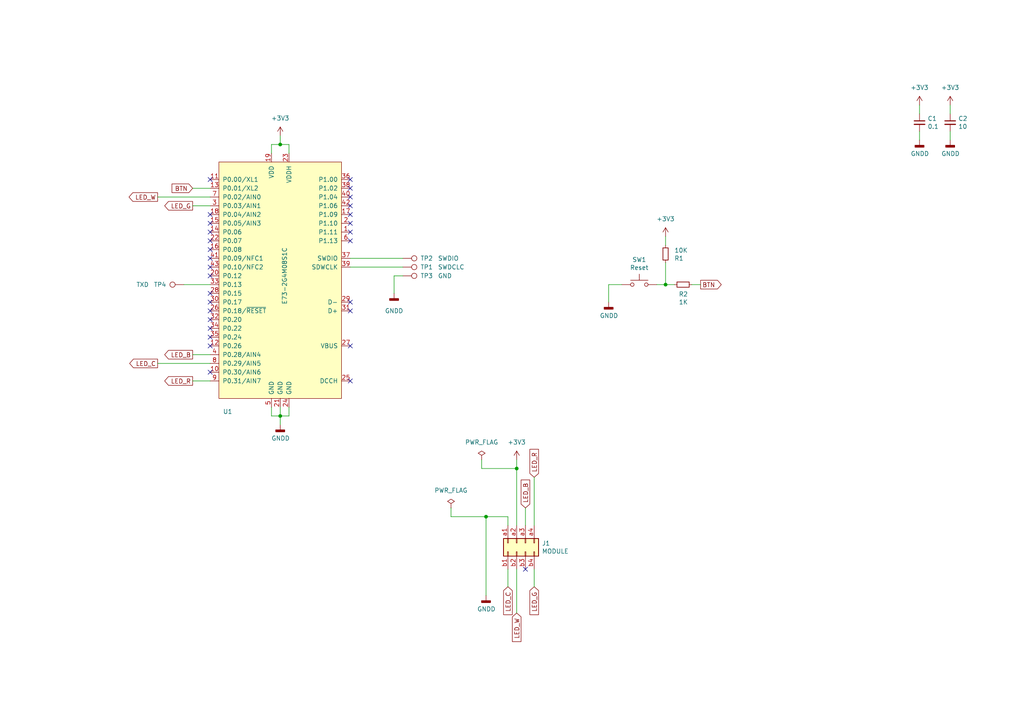
<source format=kicad_sch>
(kicad_sch (version 20211123) (generator eeschema)

  (uuid b635b16e-60bb-4b3e-9fc3-47d34eef8381)

  (paper "A4")

  (lib_symbols
    (symbol "Connector:TestPoint" (pin_numbers hide) (pin_names (offset 0.762) hide) (in_bom yes) (on_board yes)
      (property "Reference" "TP" (id 0) (at 0 6.858 0)
        (effects (font (size 1.27 1.27)))
      )
      (property "Value" "TestPoint" (id 1) (at 0 5.08 0)
        (effects (font (size 1.27 1.27)))
      )
      (property "Footprint" "" (id 2) (at 5.08 0 0)
        (effects (font (size 1.27 1.27)) hide)
      )
      (property "Datasheet" "~" (id 3) (at 5.08 0 0)
        (effects (font (size 1.27 1.27)) hide)
      )
      (property "ki_keywords" "test point tp" (id 4) (at 0 0 0)
        (effects (font (size 1.27 1.27)) hide)
      )
      (property "ki_description" "test point" (id 5) (at 0 0 0)
        (effects (font (size 1.27 1.27)) hide)
      )
      (property "ki_fp_filters" "Pin* Test*" (id 6) (at 0 0 0)
        (effects (font (size 1.27 1.27)) hide)
      )
      (symbol "TestPoint_0_1"
        (circle (center 0 3.302) (radius 0.762)
          (stroke (width 0) (type default) (color 0 0 0 0))
          (fill (type none))
        )
      )
      (symbol "TestPoint_1_1"
        (pin passive line (at 0 0 90) (length 2.54)
          (name "1" (effects (font (size 1.27 1.27))))
          (number "1" (effects (font (size 1.27 1.27))))
        )
      )
    )
    (symbol "Connector_Generic:Conn_02x04_Row_Letter_First" (pin_names (offset 1.016) hide) (in_bom yes) (on_board yes)
      (property "Reference" "J" (id 0) (at 1.27 5.08 0)
        (effects (font (size 1.27 1.27)))
      )
      (property "Value" "Conn_02x04_Row_Letter_First" (id 1) (at 1.27 -7.62 0)
        (effects (font (size 1.27 1.27)))
      )
      (property "Footprint" "" (id 2) (at 0 0 0)
        (effects (font (size 1.27 1.27)) hide)
      )
      (property "Datasheet" "~" (id 3) (at 0 0 0)
        (effects (font (size 1.27 1.27)) hide)
      )
      (property "ki_keywords" "connector" (id 4) (at 0 0 0)
        (effects (font (size 1.27 1.27)) hide)
      )
      (property "ki_description" "Generic connector, double row, 02x04, row letter first pin numbering scheme (pin number consists of a letter for the row and a number for the pin index in this row. a1, ..., aN; b1, ..., bN), script generated (kicad-library-utils/schlib/autogen/connector/)" (id 5) (at 0 0 0)
        (effects (font (size 1.27 1.27)) hide)
      )
      (property "ki_fp_filters" "Connector*:*_2x??_*" (id 6) (at 0 0 0)
        (effects (font (size 1.27 1.27)) hide)
      )
      (symbol "Conn_02x04_Row_Letter_First_1_1"
        (rectangle (start -1.27 -4.953) (end 0 -5.207)
          (stroke (width 0.1524) (type default) (color 0 0 0 0))
          (fill (type none))
        )
        (rectangle (start -1.27 -2.413) (end 0 -2.667)
          (stroke (width 0.1524) (type default) (color 0 0 0 0))
          (fill (type none))
        )
        (rectangle (start -1.27 0.127) (end 0 -0.127)
          (stroke (width 0.1524) (type default) (color 0 0 0 0))
          (fill (type none))
        )
        (rectangle (start -1.27 2.667) (end 0 2.413)
          (stroke (width 0.1524) (type default) (color 0 0 0 0))
          (fill (type none))
        )
        (rectangle (start -1.27 3.81) (end 3.81 -6.35)
          (stroke (width 0.254) (type default) (color 0 0 0 0))
          (fill (type background))
        )
        (rectangle (start 3.81 -4.953) (end 2.54 -5.207)
          (stroke (width 0.1524) (type default) (color 0 0 0 0))
          (fill (type none))
        )
        (rectangle (start 3.81 -2.413) (end 2.54 -2.667)
          (stroke (width 0.1524) (type default) (color 0 0 0 0))
          (fill (type none))
        )
        (rectangle (start 3.81 0.127) (end 2.54 -0.127)
          (stroke (width 0.1524) (type default) (color 0 0 0 0))
          (fill (type none))
        )
        (rectangle (start 3.81 2.667) (end 2.54 2.413)
          (stroke (width 0.1524) (type default) (color 0 0 0 0))
          (fill (type none))
        )
        (pin passive line (at -5.08 2.54 0) (length 3.81)
          (name "Pin_a1" (effects (font (size 1.27 1.27))))
          (number "a1" (effects (font (size 1.27 1.27))))
        )
        (pin passive line (at -5.08 0 0) (length 3.81)
          (name "Pin_a2" (effects (font (size 1.27 1.27))))
          (number "a2" (effects (font (size 1.27 1.27))))
        )
        (pin passive line (at -5.08 -2.54 0) (length 3.81)
          (name "Pin_a3" (effects (font (size 1.27 1.27))))
          (number "a3" (effects (font (size 1.27 1.27))))
        )
        (pin passive line (at -5.08 -5.08 0) (length 3.81)
          (name "Pin_a4" (effects (font (size 1.27 1.27))))
          (number "a4" (effects (font (size 1.27 1.27))))
        )
        (pin passive line (at 7.62 2.54 180) (length 3.81)
          (name "Pin_b1" (effects (font (size 1.27 1.27))))
          (number "b1" (effects (font (size 1.27 1.27))))
        )
        (pin passive line (at 7.62 0 180) (length 3.81)
          (name "Pin_b2" (effects (font (size 1.27 1.27))))
          (number "b2" (effects (font (size 1.27 1.27))))
        )
        (pin passive line (at 7.62 -2.54 180) (length 3.81)
          (name "Pin_b3" (effects (font (size 1.27 1.27))))
          (number "b3" (effects (font (size 1.27 1.27))))
        )
        (pin passive line (at 7.62 -5.08 180) (length 3.81)
          (name "Pin_b4" (effects (font (size 1.27 1.27))))
          (number "b4" (effects (font (size 1.27 1.27))))
        )
      )
    )
    (symbol "Device:C_Small" (pin_numbers hide) (pin_names (offset 0.254) hide) (in_bom yes) (on_board yes)
      (property "Reference" "C" (id 0) (at 0.254 1.778 0)
        (effects (font (size 1.27 1.27)) (justify left))
      )
      (property "Value" "C_Small" (id 1) (at 0.254 -2.032 0)
        (effects (font (size 1.27 1.27)) (justify left))
      )
      (property "Footprint" "" (id 2) (at 0 0 0)
        (effects (font (size 1.27 1.27)) hide)
      )
      (property "Datasheet" "~" (id 3) (at 0 0 0)
        (effects (font (size 1.27 1.27)) hide)
      )
      (property "ki_keywords" "capacitor cap" (id 4) (at 0 0 0)
        (effects (font (size 1.27 1.27)) hide)
      )
      (property "ki_description" "Unpolarized capacitor, small symbol" (id 5) (at 0 0 0)
        (effects (font (size 1.27 1.27)) hide)
      )
      (property "ki_fp_filters" "C_*" (id 6) (at 0 0 0)
        (effects (font (size 1.27 1.27)) hide)
      )
      (symbol "C_Small_0_1"
        (polyline
          (pts
            (xy -1.524 -0.508)
            (xy 1.524 -0.508)
          )
          (stroke (width 0.3302) (type default) (color 0 0 0 0))
          (fill (type none))
        )
        (polyline
          (pts
            (xy -1.524 0.508)
            (xy 1.524 0.508)
          )
          (stroke (width 0.3048) (type default) (color 0 0 0 0))
          (fill (type none))
        )
      )
      (symbol "C_Small_1_1"
        (pin passive line (at 0 2.54 270) (length 2.032)
          (name "~" (effects (font (size 1.27 1.27))))
          (number "1" (effects (font (size 1.27 1.27))))
        )
        (pin passive line (at 0 -2.54 90) (length 2.032)
          (name "~" (effects (font (size 1.27 1.27))))
          (number "2" (effects (font (size 1.27 1.27))))
        )
      )
    )
    (symbol "Device:R_Small" (pin_numbers hide) (pin_names (offset 0.254) hide) (in_bom yes) (on_board yes)
      (property "Reference" "R" (id 0) (at 0.762 0.508 0)
        (effects (font (size 1.27 1.27)) (justify left))
      )
      (property "Value" "R_Small" (id 1) (at 0.762 -1.016 0)
        (effects (font (size 1.27 1.27)) (justify left))
      )
      (property "Footprint" "" (id 2) (at 0 0 0)
        (effects (font (size 1.27 1.27)) hide)
      )
      (property "Datasheet" "~" (id 3) (at 0 0 0)
        (effects (font (size 1.27 1.27)) hide)
      )
      (property "ki_keywords" "R resistor" (id 4) (at 0 0 0)
        (effects (font (size 1.27 1.27)) hide)
      )
      (property "ki_description" "Resistor, small symbol" (id 5) (at 0 0 0)
        (effects (font (size 1.27 1.27)) hide)
      )
      (property "ki_fp_filters" "R_*" (id 6) (at 0 0 0)
        (effects (font (size 1.27 1.27)) hide)
      )
      (symbol "R_Small_0_1"
        (rectangle (start -0.762 1.778) (end 0.762 -1.778)
          (stroke (width 0.2032) (type default) (color 0 0 0 0))
          (fill (type none))
        )
      )
      (symbol "R_Small_1_1"
        (pin passive line (at 0 2.54 270) (length 0.762)
          (name "~" (effects (font (size 1.27 1.27))))
          (number "1" (effects (font (size 1.27 1.27))))
        )
        (pin passive line (at 0 -2.54 90) (length 0.762)
          (name "~" (effects (font (size 1.27 1.27))))
          (number "2" (effects (font (size 1.27 1.27))))
        )
      )
    )
    (symbol "Switch:SW_Push" (pin_numbers hide) (pin_names (offset 1.016) hide) (in_bom yes) (on_board yes)
      (property "Reference" "SW" (id 0) (at 1.27 2.54 0)
        (effects (font (size 1.27 1.27)) (justify left))
      )
      (property "Value" "SW_Push" (id 1) (at 0 -1.524 0)
        (effects (font (size 1.27 1.27)))
      )
      (property "Footprint" "" (id 2) (at 0 5.08 0)
        (effects (font (size 1.27 1.27)) hide)
      )
      (property "Datasheet" "~" (id 3) (at 0 5.08 0)
        (effects (font (size 1.27 1.27)) hide)
      )
      (property "ki_keywords" "switch normally-open pushbutton push-button" (id 4) (at 0 0 0)
        (effects (font (size 1.27 1.27)) hide)
      )
      (property "ki_description" "Push button switch, generic, two pins" (id 5) (at 0 0 0)
        (effects (font (size 1.27 1.27)) hide)
      )
      (symbol "SW_Push_0_1"
        (circle (center -2.032 0) (radius 0.508)
          (stroke (width 0) (type default) (color 0 0 0 0))
          (fill (type none))
        )
        (polyline
          (pts
            (xy 0 1.27)
            (xy 0 3.048)
          )
          (stroke (width 0) (type default) (color 0 0 0 0))
          (fill (type none))
        )
        (polyline
          (pts
            (xy 2.54 1.27)
            (xy -2.54 1.27)
          )
          (stroke (width 0) (type default) (color 0 0 0 0))
          (fill (type none))
        )
        (circle (center 2.032 0) (radius 0.508)
          (stroke (width 0) (type default) (color 0 0 0 0))
          (fill (type none))
        )
        (pin passive line (at -5.08 0 0) (length 2.54)
          (name "1" (effects (font (size 1.27 1.27))))
          (number "1" (effects (font (size 1.27 1.27))))
        )
        (pin passive line (at 5.08 0 180) (length 2.54)
          (name "2" (effects (font (size 1.27 1.27))))
          (number "2" (effects (font (size 1.27 1.27))))
        )
      )
    )
    (symbol "nrf5:E73-2G4M08S1C" (pin_names (offset 1.016)) (in_bom yes) (on_board yes)
      (property "Reference" "U" (id 0) (at -15.24 -38.1 0)
        (effects (font (size 1.27 1.27)))
      )
      (property "Value" "E73-2G4M08S1C" (id 1) (at 0 0 90)
        (effects (font (size 1.27 1.27)))
      )
      (property "Footprint" "" (id 2) (at 0 0 0)
        (effects (font (size 1.27 1.27)) hide)
      )
      (property "Datasheet" "" (id 3) (at 0 0 0)
        (effects (font (size 1.27 1.27)) hide)
      )
      (property "ki_fp_filters" "E73-2G4M08S1C" (id 4) (at 0 0 0)
        (effects (font (size 1.27 1.27)) hide)
      )
      (symbol "E73-2G4M08S1C_0_1"
        (rectangle (start -17.78 33.02) (end 17.78 -35.56)
          (stroke (width 0) (type default) (color 0 0 0 0))
          (fill (type background))
        )
      )
      (symbol "E73-2G4M08S1C_1_1"
        (pin bidirectional line (at 20.32 12.7 180) (length 2.54)
          (name "P1.11" (effects (font (size 1.27 1.27))))
          (number "1" (effects (font (size 1.27 1.27))))
        )
        (pin bidirectional line (at -20.32 -27.94 0) (length 2.54)
          (name "P0.30/AIN6" (effects (font (size 1.27 1.27))))
          (number "10" (effects (font (size 1.27 1.27))))
        )
        (pin bidirectional line (at -20.32 27.94 0) (length 2.54)
          (name "P0.00/XL1" (effects (font (size 1.27 1.27))))
          (number "11" (effects (font (size 1.27 1.27))))
        )
        (pin bidirectional line (at -20.32 -20.32 0) (length 2.54)
          (name "P0.26" (effects (font (size 1.27 1.27))))
          (number "12" (effects (font (size 1.27 1.27))))
        )
        (pin bidirectional line (at -20.32 25.4 0) (length 2.54)
          (name "P0.01/XL2" (effects (font (size 1.27 1.27))))
          (number "13" (effects (font (size 1.27 1.27))))
        )
        (pin bidirectional line (at -20.32 12.7 0) (length 2.54)
          (name "P0.06" (effects (font (size 1.27 1.27))))
          (number "14" (effects (font (size 1.27 1.27))))
        )
        (pin bidirectional line (at -20.32 15.24 0) (length 2.54)
          (name "P0.05/AIN3" (effects (font (size 1.27 1.27))))
          (number "15" (effects (font (size 1.27 1.27))))
        )
        (pin bidirectional line (at -20.32 7.62 0) (length 2.54)
          (name "P0.08" (effects (font (size 1.27 1.27))))
          (number "16" (effects (font (size 1.27 1.27))))
        )
        (pin bidirectional line (at 20.32 17.78 180) (length 2.54)
          (name "P1.09" (effects (font (size 1.27 1.27))))
          (number "17" (effects (font (size 1.27 1.27))))
        )
        (pin bidirectional line (at -20.32 17.78 0) (length 2.54)
          (name "P0.04/AIN2" (effects (font (size 1.27 1.27))))
          (number "18" (effects (font (size 1.27 1.27))))
        )
        (pin power_in line (at -2.54 35.56 270) (length 2.54)
          (name "VDD" (effects (font (size 1.27 1.27))))
          (number "19" (effects (font (size 1.27 1.27))))
        )
        (pin bidirectional line (at 20.32 15.24 180) (length 2.54)
          (name "P1.10" (effects (font (size 1.27 1.27))))
          (number "2" (effects (font (size 1.27 1.27))))
        )
        (pin bidirectional line (at -20.32 0 0) (length 2.54)
          (name "P0.12" (effects (font (size 1.27 1.27))))
          (number "20" (effects (font (size 1.27 1.27))))
        )
        (pin power_in line (at 0 -38.1 90) (length 2.54)
          (name "GND" (effects (font (size 1.27 1.27))))
          (number "21" (effects (font (size 1.27 1.27))))
        )
        (pin bidirectional line (at -20.32 10.16 0) (length 2.54)
          (name "P0.07" (effects (font (size 1.27 1.27))))
          (number "22" (effects (font (size 1.27 1.27))))
        )
        (pin power_in line (at 2.54 35.56 270) (length 2.54)
          (name "VDDH" (effects (font (size 1.27 1.27))))
          (number "23" (effects (font (size 1.27 1.27))))
        )
        (pin power_in line (at 2.54 -38.1 90) (length 2.54)
          (name "GND" (effects (font (size 1.27 1.27))))
          (number "24" (effects (font (size 1.27 1.27))))
        )
        (pin power_out line (at 20.32 -30.48 180) (length 2.54)
          (name "DCCH" (effects (font (size 1.27 1.27))))
          (number "25" (effects (font (size 1.27 1.27))))
        )
        (pin bidirectional line (at -20.32 -10.16 0) (length 2.54)
          (name "P0.18/~{RESET}" (effects (font (size 1.27 1.27))))
          (number "26" (effects (font (size 1.27 1.27))))
        )
        (pin power_in line (at 20.32 -20.32 180) (length 2.54)
          (name "VBUS" (effects (font (size 1.27 1.27))))
          (number "27" (effects (font (size 1.27 1.27))))
        )
        (pin bidirectional line (at -20.32 -5.08 0) (length 2.54)
          (name "P0.15" (effects (font (size 1.27 1.27))))
          (number "28" (effects (font (size 1.27 1.27))))
        )
        (pin bidirectional line (at 20.32 -7.62 180) (length 2.54)
          (name "D-" (effects (font (size 1.27 1.27))))
          (number "29" (effects (font (size 1.27 1.27))))
        )
        (pin bidirectional line (at -20.32 20.32 0) (length 2.54)
          (name "P0.03/AIN1" (effects (font (size 1.27 1.27))))
          (number "3" (effects (font (size 1.27 1.27))))
        )
        (pin bidirectional line (at -20.32 -7.62 0) (length 2.54)
          (name "P0.17" (effects (font (size 1.27 1.27))))
          (number "30" (effects (font (size 1.27 1.27))))
        )
        (pin bidirectional line (at 20.32 -10.16 180) (length 2.54)
          (name "D+" (effects (font (size 1.27 1.27))))
          (number "31" (effects (font (size 1.27 1.27))))
        )
        (pin bidirectional line (at -20.32 -12.7 0) (length 2.54)
          (name "P0.20" (effects (font (size 1.27 1.27))))
          (number "32" (effects (font (size 1.27 1.27))))
        )
        (pin bidirectional line (at -20.32 -2.54 0) (length 2.54)
          (name "P0.13" (effects (font (size 1.27 1.27))))
          (number "33" (effects (font (size 1.27 1.27))))
        )
        (pin bidirectional line (at -20.32 -15.24 0) (length 2.54)
          (name "P0.22" (effects (font (size 1.27 1.27))))
          (number "34" (effects (font (size 1.27 1.27))))
        )
        (pin bidirectional line (at -20.32 -17.78 0) (length 2.54)
          (name "P0.24" (effects (font (size 1.27 1.27))))
          (number "35" (effects (font (size 1.27 1.27))))
        )
        (pin bidirectional line (at 20.32 27.94 180) (length 2.54)
          (name "P1.00" (effects (font (size 1.27 1.27))))
          (number "36" (effects (font (size 1.27 1.27))))
        )
        (pin bidirectional line (at 20.32 5.08 180) (length 2.54)
          (name "SWDIO" (effects (font (size 1.27 1.27))))
          (number "37" (effects (font (size 1.27 1.27))))
        )
        (pin bidirectional line (at 20.32 25.4 180) (length 2.54)
          (name "P1.02" (effects (font (size 1.27 1.27))))
          (number "38" (effects (font (size 1.27 1.27))))
        )
        (pin input line (at 20.32 2.54 180) (length 2.54)
          (name "SDWCLK" (effects (font (size 1.27 1.27))))
          (number "39" (effects (font (size 1.27 1.27))))
        )
        (pin bidirectional line (at -20.32 -22.86 0) (length 2.54)
          (name "P0.28/AIN4" (effects (font (size 1.27 1.27))))
          (number "4" (effects (font (size 1.27 1.27))))
        )
        (pin bidirectional line (at 20.32 22.86 180) (length 2.54)
          (name "P1.04" (effects (font (size 1.27 1.27))))
          (number "40" (effects (font (size 1.27 1.27))))
        )
        (pin bidirectional line (at -20.32 5.08 0) (length 2.54)
          (name "P0.09/NFC1" (effects (font (size 1.27 1.27))))
          (number "41" (effects (font (size 1.27 1.27))))
        )
        (pin bidirectional line (at 20.32 20.32 180) (length 2.54)
          (name "P1.06" (effects (font (size 1.27 1.27))))
          (number "42" (effects (font (size 1.27 1.27))))
        )
        (pin bidirectional line (at -20.32 2.54 0) (length 2.54)
          (name "P0.10/NFC2" (effects (font (size 1.27 1.27))))
          (number "43" (effects (font (size 1.27 1.27))))
        )
        (pin power_in line (at -2.54 -38.1 90) (length 2.54)
          (name "GND" (effects (font (size 1.27 1.27))))
          (number "5" (effects (font (size 1.27 1.27))))
        )
        (pin bidirectional line (at 20.32 10.16 180) (length 2.54)
          (name "P1.13" (effects (font (size 1.27 1.27))))
          (number "6" (effects (font (size 1.27 1.27))))
        )
        (pin bidirectional line (at -20.32 22.86 0) (length 2.54)
          (name "P0.02/AIN0" (effects (font (size 1.27 1.27))))
          (number "7" (effects (font (size 1.27 1.27))))
        )
        (pin bidirectional line (at -20.32 -25.4 0) (length 2.54)
          (name "P0.29/AIN5" (effects (font (size 1.27 1.27))))
          (number "8" (effects (font (size 1.27 1.27))))
        )
        (pin bidirectional line (at -20.32 -30.48 0) (length 2.54)
          (name "P0.31/AIN7" (effects (font (size 1.27 1.27))))
          (number "9" (effects (font (size 1.27 1.27))))
        )
      )
    )
    (symbol "power:+3.3V" (power) (pin_names (offset 0)) (in_bom yes) (on_board yes)
      (property "Reference" "#PWR" (id 0) (at 0 -3.81 0)
        (effects (font (size 1.27 1.27)) hide)
      )
      (property "Value" "+3.3V" (id 1) (at 0 3.556 0)
        (effects (font (size 1.27 1.27)))
      )
      (property "Footprint" "" (id 2) (at 0 0 0)
        (effects (font (size 1.27 1.27)) hide)
      )
      (property "Datasheet" "" (id 3) (at 0 0 0)
        (effects (font (size 1.27 1.27)) hide)
      )
      (property "ki_keywords" "power-flag" (id 4) (at 0 0 0)
        (effects (font (size 1.27 1.27)) hide)
      )
      (property "ki_description" "Power symbol creates a global label with name \"+3.3V\"" (id 5) (at 0 0 0)
        (effects (font (size 1.27 1.27)) hide)
      )
      (symbol "+3.3V_0_1"
        (polyline
          (pts
            (xy -0.762 1.27)
            (xy 0 2.54)
          )
          (stroke (width 0) (type default) (color 0 0 0 0))
          (fill (type none))
        )
        (polyline
          (pts
            (xy 0 0)
            (xy 0 2.54)
          )
          (stroke (width 0) (type default) (color 0 0 0 0))
          (fill (type none))
        )
        (polyline
          (pts
            (xy 0 2.54)
            (xy 0.762 1.27)
          )
          (stroke (width 0) (type default) (color 0 0 0 0))
          (fill (type none))
        )
      )
      (symbol "+3.3V_1_1"
        (pin power_in line (at 0 0 90) (length 0) hide
          (name "+3V3" (effects (font (size 1.27 1.27))))
          (number "1" (effects (font (size 1.27 1.27))))
        )
      )
    )
    (symbol "power:GNDD" (power) (pin_names (offset 0)) (in_bom yes) (on_board yes)
      (property "Reference" "#PWR" (id 0) (at 0 -6.35 0)
        (effects (font (size 1.27 1.27)) hide)
      )
      (property "Value" "GNDD" (id 1) (at 0 -3.175 0)
        (effects (font (size 1.27 1.27)))
      )
      (property "Footprint" "" (id 2) (at 0 0 0)
        (effects (font (size 1.27 1.27)) hide)
      )
      (property "Datasheet" "" (id 3) (at 0 0 0)
        (effects (font (size 1.27 1.27)) hide)
      )
      (property "ki_keywords" "power-flag" (id 4) (at 0 0 0)
        (effects (font (size 1.27 1.27)) hide)
      )
      (property "ki_description" "Power symbol creates a global label with name \"GNDD\" , digital ground" (id 5) (at 0 0 0)
        (effects (font (size 1.27 1.27)) hide)
      )
      (symbol "GNDD_0_1"
        (rectangle (start -1.27 -1.524) (end 1.27 -2.032)
          (stroke (width 0.254) (type default) (color 0 0 0 0))
          (fill (type outline))
        )
        (polyline
          (pts
            (xy 0 0)
            (xy 0 -1.524)
          )
          (stroke (width 0) (type default) (color 0 0 0 0))
          (fill (type none))
        )
      )
      (symbol "GNDD_1_1"
        (pin power_in line (at 0 0 270) (length 0) hide
          (name "GNDD" (effects (font (size 1.27 1.27))))
          (number "1" (effects (font (size 1.27 1.27))))
        )
      )
    )
    (symbol "power:PWR_FLAG" (power) (pin_numbers hide) (pin_names (offset 0) hide) (in_bom yes) (on_board yes)
      (property "Reference" "#FLG" (id 0) (at 0 1.905 0)
        (effects (font (size 1.27 1.27)) hide)
      )
      (property "Value" "PWR_FLAG" (id 1) (at 0 3.81 0)
        (effects (font (size 1.27 1.27)))
      )
      (property "Footprint" "" (id 2) (at 0 0 0)
        (effects (font (size 1.27 1.27)) hide)
      )
      (property "Datasheet" "~" (id 3) (at 0 0 0)
        (effects (font (size 1.27 1.27)) hide)
      )
      (property "ki_keywords" "power-flag" (id 4) (at 0 0 0)
        (effects (font (size 1.27 1.27)) hide)
      )
      (property "ki_description" "Special symbol for telling ERC where power comes from" (id 5) (at 0 0 0)
        (effects (font (size 1.27 1.27)) hide)
      )
      (symbol "PWR_FLAG_0_0"
        (pin power_out line (at 0 0 90) (length 0)
          (name "pwr" (effects (font (size 1.27 1.27))))
          (number "1" (effects (font (size 1.27 1.27))))
        )
      )
      (symbol "PWR_FLAG_0_1"
        (polyline
          (pts
            (xy 0 0)
            (xy 0 1.27)
            (xy -1.016 1.905)
            (xy 0 2.54)
            (xy 1.016 1.905)
            (xy 0 1.27)
          )
          (stroke (width 0) (type default) (color 0 0 0 0))
          (fill (type none))
        )
      )
    )
  )

  (junction (at 81.28 120.65) (diameter 0) (color 0 0 0 0)
    (uuid 0147f16a-c952-4891-8f53-a9fb8cddeb8d)
  )
  (junction (at 81.28 41.91) (diameter 0) (color 0 0 0 0)
    (uuid 343a1638-9397-4b70-b496-69fcf23dc9bf)
  )
  (junction (at 149.86 135.89) (diameter 0) (color 0 0 0 0)
    (uuid 7b284fc2-90f5-4457-b289-0be12c5e6239)
  )
  (junction (at 193.04 82.55) (diameter 0) (color 0 0 0 0)
    (uuid 82929dde-ddec-49ba-859e-c82cb47ebb15)
  )
  (junction (at 140.97 149.86) (diameter 0) (color 0 0 0 0)
    (uuid fa6908eb-d58f-4606-bae7-33547aed68a6)
  )

  (no_connect (at 101.6 90.17) (uuid 0a3cc030-c9dd-4d74-9d50-715ed2b361a2))
  (no_connect (at 101.6 52.07) (uuid 13abf99d-5265-4779-8973-e94370fd18ff))
  (no_connect (at 101.6 69.85) (uuid 1860e030-7a36-4298-b7fc-a16d48ab15ba))
  (no_connect (at 60.96 92.71) (uuid 23bb2798-d93a-4696-a962-c305c4298a0c))
  (no_connect (at 101.6 57.15) (uuid 32667662-ae86-4904-b198-3e95f11851bf))
  (no_connect (at 101.6 62.23) (uuid 3dcc657b-55a1-48e0-9667-e01e7b6b08b5))
  (no_connect (at 152.4 165.1) (uuid 3eac661d-63ac-4b51-95b8-8ec588e10df9))
  (no_connect (at 60.96 64.77) (uuid 3f5fe6b7-98fc-4d3e-9567-f9f7202d1455))
  (no_connect (at 60.96 67.31) (uuid 5cbb5968-dbb5-4b84-864a-ead1cacf75b9))
  (no_connect (at 60.96 74.93) (uuid 62c076a3-d618-44a2-9042-9a08b3576787))
  (no_connect (at 101.6 59.69) (uuid 67f6e996-3c99-493c-8f6f-e739e2ed5d7a))
  (no_connect (at 60.96 52.07) (uuid 6a955fc7-39d9-4c75-9a69-676ca8c0b9b2))
  (no_connect (at 60.96 87.63) (uuid 6e105729-aba0-497c-a99e-c32d2b3ddb6d))
  (no_connect (at 60.96 97.79) (uuid 72e25804-b755-4930-be32-19eb0aa224fd))
  (no_connect (at 60.96 90.17) (uuid 78cbdd6c-4878-4cc5-9a58-0e506478e37d))
  (no_connect (at 101.6 67.31) (uuid 7dd574c9-0b3a-425a-bedf-dbb57e2a9a6a))
  (no_connect (at 101.6 64.77) (uuid 7dd574c9-0b3a-425a-bedf-dbb57e2a9a6b))
  (no_connect (at 101.6 87.63) (uuid 8322f275-268c-4e87-a69f-4cfbf05e747f))
  (no_connect (at 60.96 95.25) (uuid 94c158d1-8503-4553-b511-bf42f506c2a8))
  (no_connect (at 60.96 85.09) (uuid 983c426c-24e0-4c65-ab69-1f1824adc5c6))
  (no_connect (at 60.96 100.33) (uuid 9ccf03e8-755a-4cd9-96fc-30e1d08fa253))
  (no_connect (at 101.6 54.61) (uuid a05d7640-f2f6-4ba7-8c51-5a4af431fc13))
  (no_connect (at 60.96 107.95) (uuid a795f1ba-cdd5-4cc5-9a52-08586e982934))
  (no_connect (at 60.96 69.85) (uuid afb8e687-4a13-41a1-b8c0-89a749e897fe))
  (no_connect (at 101.6 100.33) (uuid b6270a28-e0d9-4655-a18a-03dbf007b940))
  (no_connect (at 60.96 62.23) (uuid bb7f0588-d4d8-44bf-9ebf-3c533fe4d6ae))
  (no_connect (at 60.96 80.01) (uuid c1d83899-e380-49f9-a87d-8e78bc089ebf))
  (no_connect (at 60.96 72.39) (uuid da469d11-a8a4-414b-9449-d151eeaf4853))
  (no_connect (at 60.96 77.47) (uuid e9bb29b2-2bb9-4ea2-acd9-2bb3ca677a12))
  (no_connect (at 101.6 110.49) (uuid f3490fa5-5a27-423b-af60-53609669542c))

  (wire (pts (xy 149.86 177.8) (xy 149.86 165.1))
    (stroke (width 0) (type default) (color 0 0 0 0))
    (uuid 0eaa98f0-9565-4637-ace3-42a5231b07f7)
  )
  (wire (pts (xy 78.74 41.91) (xy 81.28 41.91))
    (stroke (width 0) (type default) (color 0 0 0 0))
    (uuid 0eedbcbf-cde6-420c-a579-5d2c5bc29faf)
  )
  (wire (pts (xy 152.4 147.32) (xy 152.4 152.4))
    (stroke (width 0) (type default) (color 0 0 0 0))
    (uuid 0f22151c-f260-4674-b486-4710a2c42a55)
  )
  (wire (pts (xy 60.96 105.41) (xy 45.72 105.41))
    (stroke (width 0) (type default) (color 0 0 0 0))
    (uuid 0f54db53-a272-4955-88fb-d7ab00657bb0)
  )
  (wire (pts (xy 139.7 133.35) (xy 139.7 135.89))
    (stroke (width 0) (type default) (color 0 0 0 0))
    (uuid 121927e7-698c-4d9b-9f1e-1a3b72473bad)
  )
  (wire (pts (xy 193.04 82.55) (xy 195.58 82.55))
    (stroke (width 0) (type default) (color 0 0 0 0))
    (uuid 12518843-c7ec-46e6-bae7-718bca222675)
  )
  (wire (pts (xy 81.28 41.91) (xy 83.82 41.91))
    (stroke (width 0) (type default) (color 0 0 0 0))
    (uuid 15a81a79-8bd5-4bf5-ba00-2b9c7991d01c)
  )
  (wire (pts (xy 78.74 44.45) (xy 78.74 41.91))
    (stroke (width 0) (type default) (color 0 0 0 0))
    (uuid 15ccc521-968d-4324-afbb-6e3cb106b627)
  )
  (wire (pts (xy 60.96 59.69) (xy 55.88 59.69))
    (stroke (width 0) (type default) (color 0 0 0 0))
    (uuid 2d6db888-4e40-41c8-b701-07170fc894bc)
  )
  (wire (pts (xy 180.34 82.55) (xy 176.53 82.55))
    (stroke (width 0) (type default) (color 0 0 0 0))
    (uuid 2e642b3e-a476-4c54-9a52-dcea955640cd)
  )
  (wire (pts (xy 139.7 135.89) (xy 149.86 135.89))
    (stroke (width 0) (type default) (color 0 0 0 0))
    (uuid 31667360-6171-4fb8-9e87-e378b47a6910)
  )
  (wire (pts (xy 154.94 138.43) (xy 154.94 152.4))
    (stroke (width 0) (type default) (color 0 0 0 0))
    (uuid 3b838d52-596d-4e4d-a6ac-e4c8e7621137)
  )
  (wire (pts (xy 266.7 38.1) (xy 266.7 40.64))
    (stroke (width 0) (type default) (color 0 0 0 0))
    (uuid 3cd1bda0-18db-417d-b581-a0c50623df68)
  )
  (wire (pts (xy 140.97 149.86) (xy 140.97 172.72))
    (stroke (width 0) (type default) (color 0 0 0 0))
    (uuid 47baf4b1-0938-497d-88f9-671136aa8be7)
  )
  (wire (pts (xy 78.74 118.11) (xy 78.74 120.65))
    (stroke (width 0) (type default) (color 0 0 0 0))
    (uuid 4e3d7c0d-12e3-42f2-b944-e4bcdbbcac2a)
  )
  (wire (pts (xy 190.5 82.55) (xy 193.04 82.55))
    (stroke (width 0) (type default) (color 0 0 0 0))
    (uuid 51d88804-0cfe-4aeb-a447-cf24bdc5a310)
  )
  (wire (pts (xy 83.82 41.91) (xy 83.82 44.45))
    (stroke (width 0) (type default) (color 0 0 0 0))
    (uuid 5fc27c35-3e1c-4f96-817c-93b5570858a6)
  )
  (wire (pts (xy 60.96 110.49) (xy 55.88 110.49))
    (stroke (width 0) (type default) (color 0 0 0 0))
    (uuid 6441b183-b8f2-458f-a23d-60e2b1f66dd6)
  )
  (wire (pts (xy 81.28 120.65) (xy 81.28 118.11))
    (stroke (width 0) (type default) (color 0 0 0 0))
    (uuid 6a44418c-7bb4-4e99-8836-57f153c19721)
  )
  (wire (pts (xy 81.28 39.37) (xy 81.28 41.91))
    (stroke (width 0) (type default) (color 0 0 0 0))
    (uuid 6f73eb90-c978-4dbe-b223-3c8bd8144845)
  )
  (wire (pts (xy 147.32 170.18) (xy 147.32 165.1))
    (stroke (width 0) (type default) (color 0 0 0 0))
    (uuid 704d6d51-bb34-4cbf-83d8-841e208048d8)
  )
  (wire (pts (xy 193.04 68.58) (xy 193.04 71.12))
    (stroke (width 0) (type default) (color 0 0 0 0))
    (uuid 74dbb131-1eed-411d-b671-ada96d403860)
  )
  (wire (pts (xy 55.88 54.61) (xy 60.96 54.61))
    (stroke (width 0) (type default) (color 0 0 0 0))
    (uuid 7aed3a71-054b-4aaa-9c0a-030523c32827)
  )
  (wire (pts (xy 130.81 149.86) (xy 140.97 149.86))
    (stroke (width 0) (type default) (color 0 0 0 0))
    (uuid 98fccf03-0bb8-4380-97bb-de1a7115e16b)
  )
  (wire (pts (xy 275.59 30.48) (xy 275.59 33.02))
    (stroke (width 0) (type default) (color 0 0 0 0))
    (uuid 9e1b837f-0d34-4a18-9644-9ee68f141f46)
  )
  (wire (pts (xy 200.66 82.55) (xy 203.2 82.55))
    (stroke (width 0) (type default) (color 0 0 0 0))
    (uuid a15a7506-eae4-4933-84da-9ad754258706)
  )
  (wire (pts (xy 81.28 120.65) (xy 83.82 120.65))
    (stroke (width 0) (type default) (color 0 0 0 0))
    (uuid a5ab013b-f09d-4a8a-9405-512b024818cf)
  )
  (wire (pts (xy 78.74 120.65) (xy 81.28 120.65))
    (stroke (width 0) (type default) (color 0 0 0 0))
    (uuid aa02e544-13f5-4cf8-a5f4-3e6cda006090)
  )
  (wire (pts (xy 114.3 80.01) (xy 116.84 80.01))
    (stroke (width 0) (type default) (color 0 0 0 0))
    (uuid ac325e51-96f6-4806-bd8f-f40eed027670)
  )
  (wire (pts (xy 193.04 76.2) (xy 193.04 82.55))
    (stroke (width 0) (type default) (color 0 0 0 0))
    (uuid b0683df1-158d-406a-a52a-b445e6f36cda)
  )
  (wire (pts (xy 101.6 74.93) (xy 116.84 74.93))
    (stroke (width 0) (type default) (color 0 0 0 0))
    (uuid bdc7face-9f7c-4701-80bb-4cc144448db1)
  )
  (wire (pts (xy 130.81 147.32) (xy 130.81 149.86))
    (stroke (width 0) (type default) (color 0 0 0 0))
    (uuid bf3c9acf-7577-4257-887f-e77e58d6bfd8)
  )
  (wire (pts (xy 45.72 57.15) (xy 60.96 57.15))
    (stroke (width 0) (type default) (color 0 0 0 0))
    (uuid bfc0aadc-38cf-466e-a642-68fdc3138c78)
  )
  (wire (pts (xy 275.59 38.1) (xy 275.59 40.64))
    (stroke (width 0) (type default) (color 0 0 0 0))
    (uuid c01d25cd-f4bb-4ef3-b5ea-533a2a4ddb2b)
  )
  (wire (pts (xy 147.32 149.86) (xy 140.97 149.86))
    (stroke (width 0) (type default) (color 0 0 0 0))
    (uuid c022004a-c968-410e-b59e-fbab0e561e9d)
  )
  (wire (pts (xy 149.86 135.89) (xy 149.86 133.35))
    (stroke (width 0) (type default) (color 0 0 0 0))
    (uuid c1a4a996-3d02-40f9-b6f8-81d9b19b6076)
  )
  (wire (pts (xy 101.6 77.47) (xy 116.84 77.47))
    (stroke (width 0) (type default) (color 0 0 0 0))
    (uuid c43663ee-9a0d-4f27-a292-89ba89964065)
  )
  (wire (pts (xy 60.96 82.55) (xy 53.34 82.55))
    (stroke (width 0) (type default) (color 0 0 0 0))
    (uuid c830e3bc-dc64-4f65-8f47-3b106bae2807)
  )
  (wire (pts (xy 60.96 102.87) (xy 55.88 102.87))
    (stroke (width 0) (type default) (color 0 0 0 0))
    (uuid cbd8faed-e1f8-4406-87c8-58b2c504a5d4)
  )
  (wire (pts (xy 81.28 120.65) (xy 81.28 123.19))
    (stroke (width 0) (type default) (color 0 0 0 0))
    (uuid d1262c4d-2245-4c4f-8f35-7bb32cd9e21e)
  )
  (wire (pts (xy 176.53 82.55) (xy 176.53 87.63))
    (stroke (width 0) (type default) (color 0 0 0 0))
    (uuid d3470eff-0474-4e49-a879-3c473d1e2984)
  )
  (wire (pts (xy 266.7 30.48) (xy 266.7 33.02))
    (stroke (width 0) (type default) (color 0 0 0 0))
    (uuid d57dcfee-5058-4fc2-a68b-05f9a48f685b)
  )
  (wire (pts (xy 83.82 118.11) (xy 83.82 120.65))
    (stroke (width 0) (type default) (color 0 0 0 0))
    (uuid dd6a65c9-d35c-4d22-9f75-42e682b5881a)
  )
  (wire (pts (xy 149.86 152.4) (xy 149.86 135.89))
    (stroke (width 0) (type default) (color 0 0 0 0))
    (uuid eb667eea-300e-4ca7-8a6f-4b00de80cd45)
  )
  (wire (pts (xy 147.32 152.4) (xy 147.32 149.86))
    (stroke (width 0) (type default) (color 0 0 0 0))
    (uuid f4f99e3d-7269-4f6a-a759-16ad2a258779)
  )
  (wire (pts (xy 114.3 85.09) (xy 114.3 80.01))
    (stroke (width 0) (type default) (color 0 0 0 0))
    (uuid f8ae2471-cb2a-454b-b4c1-6caacd2411df)
  )
  (wire (pts (xy 154.94 170.18) (xy 154.94 165.1))
    (stroke (width 0) (type default) (color 0 0 0 0))
    (uuid fe8d9267-7834-48d6-a191-c8724b2ee78d)
  )

  (global_label "LED_C" (shape input) (at 147.32 170.18 270) (fields_autoplaced)
    (effects (font (size 1.27 1.27)) (justify right))
    (uuid 127679a9-3981-4934-815e-896a4e3ff56e)
    (property "Intersheet References" "${INTERSHEET_REFS}" (id 0) (at -92.71 30.48 0)
      (effects (font (size 1.27 1.27)) hide)
    )
  )
  (global_label "LED_R" (shape output) (at 55.88 110.49 180) (fields_autoplaced)
    (effects (font (size 1.27 1.27)) (justify right))
    (uuid 25d545dc-8f50-4573-922c-35ef5a2a3a19)
    (property "Intersheet References" "${INTERSHEET_REFS}" (id 0) (at -43.18 27.94 0)
      (effects (font (size 1.27 1.27)) hide)
    )
  )
  (global_label "LED_G" (shape output) (at 55.88 59.69 180) (fields_autoplaced)
    (effects (font (size 1.27 1.27)) (justify right))
    (uuid 31e08896-1992-4725-96d9-9d2728bca7a3)
    (property "Intersheet References" "${INTERSHEET_REFS}" (id 0) (at 224.79 138.43 0)
      (effects (font (size 1.27 1.27)) hide)
    )
  )
  (global_label "BTN" (shape output) (at 203.2 82.55 0) (fields_autoplaced)
    (effects (font (size 1.27 1.27)) (justify left))
    (uuid 5038e144-5119-49db-b6cf-f7c345f1cf03)
    (property "Intersheet References" "${INTERSHEET_REFS}" (id 0) (at 264.16 -184.15 0)
      (effects (font (size 1.27 1.27)) hide)
    )
  )
  (global_label "LED_R" (shape input) (at 154.94 138.43 90) (fields_autoplaced)
    (effects (font (size 1.27 1.27)) (justify left))
    (uuid 66116376-6967-4178-9f23-a26cdeafc400)
    (property "Intersheet References" "${INTERSHEET_REFS}" (id 0) (at -92.71 21.59 0)
      (effects (font (size 1.27 1.27)) hide)
    )
  )
  (global_label "LED_G" (shape input) (at 154.94 170.18 270) (fields_autoplaced)
    (effects (font (size 1.27 1.27)) (justify right))
    (uuid 6c9b793c-e74d-4754-a2c0-901e73b26f1c)
    (property "Intersheet References" "${INTERSHEET_REFS}" (id 0) (at -92.71 30.48 0)
      (effects (font (size 1.27 1.27)) hide)
    )
  )
  (global_label "BTN" (shape input) (at 55.88 54.61 180) (fields_autoplaced)
    (effects (font (size 1.27 1.27)) (justify right))
    (uuid 7dc880bc-e7eb-4cce-8d8c-0b65a9dd788e)
    (property "Intersheet References" "${INTERSHEET_REFS}" (id 0) (at -62.23 -62.23 0)
      (effects (font (size 1.27 1.27)) hide)
    )
  )
  (global_label "LED_W" (shape output) (at 45.72 57.15 180) (fields_autoplaced)
    (effects (font (size 1.27 1.27)) (justify right))
    (uuid 80094b70-85ab-4ff6-934b-60d5ee65023a)
    (property "Intersheet References" "${INTERSHEET_REFS}" (id 0) (at -72.39 -11.43 0)
      (effects (font (size 1.27 1.27)) hide)
    )
  )
  (global_label "LED_B" (shape output) (at 55.88 102.87 180) (fields_autoplaced)
    (effects (font (size 1.27 1.27)) (justify right))
    (uuid 852dabbf-de45-4470-8176-59d37a754407)
    (property "Intersheet References" "${INTERSHEET_REFS}" (id 0) (at 234.95 179.07 0)
      (effects (font (size 1.27 1.27)) hide)
    )
  )
  (global_label "LED_C" (shape output) (at 45.72 105.41 180) (fields_autoplaced)
    (effects (font (size 1.27 1.27)) (justify right))
    (uuid 97fe9c60-586f-4895-8504-4d3729f5f81a)
    (property "Intersheet References" "${INTERSHEET_REFS}" (id 0) (at -72.39 -3.81 0)
      (effects (font (size 1.27 1.27)) hide)
    )
  )
  (global_label "LED_B" (shape input) (at 152.4 147.32 90) (fields_autoplaced)
    (effects (font (size 1.27 1.27)) (justify left))
    (uuid b1086f75-01ba-4188-8d36-75a9e2828ca9)
    (property "Intersheet References" "${INTERSHEET_REFS}" (id 0) (at -92.71 39.37 0)
      (effects (font (size 1.27 1.27)) hide)
    )
  )
  (global_label "LED_W" (shape input) (at 149.86 177.8 270) (fields_autoplaced)
    (effects (font (size 1.27 1.27)) (justify right))
    (uuid f71da641-16e6-4257-80c3-0b9d804fee4f)
    (property "Intersheet References" "${INTERSHEET_REFS}" (id 0) (at -92.71 30.48 0)
      (effects (font (size 1.27 1.27)) hide)
    )
  )

  (symbol (lib_id "nrf5:E73-2G4M08S1C") (at 81.28 80.01 0) (unit 1)
    (in_bom yes) (on_board yes)
    (uuid 00000000-0000-0000-0000-000060388cfc)
    (property "Reference" "U1" (id 0) (at 66.04 119.38 0))
    (property "Value" "E73-2G4M08S1C" (id 1) (at 82.55 80.01 90))
    (property "Footprint" "nrf5:E73-2G4M08S1C" (id 2) (at 81.28 80.01 0)
      (effects (font (size 1.27 1.27)) hide)
    )
    (property "Datasheet" "" (id 3) (at 81.28 80.01 0)
      (effects (font (size 1.27 1.27)) hide)
    )
    (pin "1" (uuid 6cf51770-4935-4ed1-b88c-74457ccee86d))
    (pin "10" (uuid 5a93be31-3ba2-4ea5-9ced-5cf178983b73))
    (pin "11" (uuid 607c0a0d-c0c2-46f8-a663-c3dee69c43d8))
    (pin "12" (uuid 29bf9355-6967-40da-815d-48cd4ed8c32d))
    (pin "13" (uuid 9006a80b-4f84-4765-b2a3-be0036095257))
    (pin "14" (uuid edc2ee8a-8022-4ee9-978b-b394b5b23cd5))
    (pin "15" (uuid 7aeeab49-3ed1-46e4-a03e-8fd112ecfd01))
    (pin "16" (uuid 00b2aa86-6e93-4bbf-8a54-adb54e92d63f))
    (pin "17" (uuid 0d323cee-dab0-45eb-a25c-3729ac8a357e))
    (pin "18" (uuid 0206d366-3299-4b82-b21b-9ce1750511f6))
    (pin "19" (uuid 6d691c94-6f28-4d1a-94ea-39c40fc8f66b))
    (pin "2" (uuid 43c8f0a4-66bc-45d5-a7d5-14e55a3495a6))
    (pin "20" (uuid 6378799f-21ae-43fd-83fd-6c098d6badf2))
    (pin "21" (uuid f0a6a5ae-ac06-4ef7-aaf2-f695fbb49766))
    (pin "22" (uuid 89ca9bb4-c9a1-43ac-81a0-0de1e2a1306b))
    (pin "23" (uuid 01d76b03-6799-4c0d-ac45-05c895519597))
    (pin "24" (uuid 6f3644fe-8ca4-4cb4-9ae3-3abe51241034))
    (pin "25" (uuid d3fb6825-32cb-4d2f-bd7c-c5e3e9e6f908))
    (pin "26" (uuid f2b1a436-6dbb-4aea-b6d2-3a01a5a1aadf))
    (pin "27" (uuid d9f387ad-ce46-447f-9ca9-2465ad9e846a))
    (pin "28" (uuid 171b9375-4485-4c8c-8b78-e53862734da4))
    (pin "29" (uuid 256f307f-4cd6-4063-990c-5f520e94c688))
    (pin "3" (uuid 8239896e-1d9d-42d6-8ebc-cd5c25c9ad34))
    (pin "30" (uuid 643589b2-64d5-4900-b964-2ea0de4355f7))
    (pin "31" (uuid 0bca1a3b-b50c-4fe1-b039-892b949c5b1d))
    (pin "32" (uuid cc2321d7-d6f6-434c-9996-27ce460f60c1))
    (pin "33" (uuid ac826c4e-ec73-444d-ba45-ef9ab2e40273))
    (pin "34" (uuid 31ba6a46-4354-4e3f-9b8f-c395642de787))
    (pin "35" (uuid c3aa991f-dbfb-4213-89e8-1b7194d21059))
    (pin "36" (uuid 619f1fe2-92ad-4338-992b-86baf8f0f58a))
    (pin "37" (uuid dfa8677f-4707-4c24-8b3a-d811bcfd96c0))
    (pin "38" (uuid de9072cc-5f17-48ee-bcc0-116768e62897))
    (pin "39" (uuid 2837b477-69a1-47c8-922e-add5f84d6e8a))
    (pin "4" (uuid a9a56920-095c-48b0-9870-cd6aed332d40))
    (pin "40" (uuid af48eff0-bc84-4fc8-9853-b00363b29775))
    (pin "41" (uuid 0a99f7f3-b3bd-4efa-be44-42fa0203437a))
    (pin "42" (uuid 968b90fe-acb2-49f2-a239-803ddf0edd26))
    (pin "43" (uuid fdbe1ff4-a9da-4969-858f-94dde64e1fc2))
    (pin "5" (uuid c9e505c1-bbd2-4a86-8849-0cb3248b9811))
    (pin "6" (uuid 2dcda70f-c8a5-4b92-a6a3-52dae8fe237c))
    (pin "7" (uuid 1e9d0907-eae6-4b87-a782-af578fe9f07d))
    (pin "8" (uuid 5a0a9b76-6f83-46d0-a681-3ff04fd60350))
    (pin "9" (uuid 9c168a74-a9e5-4b19-ba1a-251aea19b093))
  )

  (symbol (lib_id "Device:C_Small") (at 266.7 35.56 0) (unit 1)
    (in_bom yes) (on_board yes)
    (uuid 00000000-0000-0000-0000-00006038a37f)
    (property "Reference" "C1" (id 0) (at 269.0368 34.3916 0)
      (effects (font (size 1.27 1.27)) (justify left))
    )
    (property "Value" "0.1" (id 1) (at 269.0368 36.703 0)
      (effects (font (size 1.27 1.27)) (justify left))
    )
    (property "Footprint" "Capacitor_SMD:C_0805_2012Metric" (id 2) (at 266.7 35.56 0)
      (effects (font (size 1.27 1.27)) hide)
    )
    (property "Datasheet" "~" (id 3) (at 266.7 35.56 0)
      (effects (font (size 1.27 1.27)) hide)
    )
    (pin "1" (uuid d2733ef0-45ba-42f8-b732-aa16695fb6ef))
    (pin "2" (uuid c82c8bf8-47eb-442e-9d5c-0487e0a667fe))
  )

  (symbol (lib_id "Switch:SW_Push") (at 185.42 82.55 0) (unit 1)
    (in_bom yes) (on_board yes)
    (uuid 00000000-0000-0000-0000-00006038aea6)
    (property "Reference" "SW1" (id 0) (at 185.42 75.311 0))
    (property "Value" "Reset" (id 1) (at 185.42 77.6224 0))
    (property "Footprint" "light_rgbwc_1:KLS7-TS6335" (id 2) (at 185.42 77.47 0)
      (effects (font (size 1.27 1.27)) hide)
    )
    (property "Datasheet" "~" (id 3) (at 185.42 77.47 0)
      (effects (font (size 1.27 1.27)) hide)
    )
    (pin "1" (uuid fbc6f875-5cf0-4135-99db-cf656b5267cb))
    (pin "2" (uuid b787a987-66e6-4941-9613-9dcd276502c5))
  )

  (symbol (lib_id "power:GNDD") (at 81.28 123.19 0) (unit 1)
    (in_bom yes) (on_board yes)
    (uuid 00000000-0000-0000-0000-00006038b90a)
    (property "Reference" "#PWR0101" (id 0) (at 81.28 129.54 0)
      (effects (font (size 1.27 1.27)) hide)
    )
    (property "Value" "GNDD" (id 1) (at 81.3816 127.127 0))
    (property "Footprint" "" (id 2) (at 81.28 123.19 0)
      (effects (font (size 1.27 1.27)) hide)
    )
    (property "Datasheet" "" (id 3) (at 81.28 123.19 0)
      (effects (font (size 1.27 1.27)) hide)
    )
    (pin "1" (uuid d9531571-1820-4c9e-9a91-7edd2e45e8db))
  )

  (symbol (lib_id "Connector_Generic:Conn_02x04_Row_Letter_First") (at 149.86 157.48 90) (mirror x) (unit 1)
    (in_bom yes) (on_board yes)
    (uuid 00000000-0000-0000-0000-000060395e88)
    (property "Reference" "J1" (id 0) (at 157.1752 157.5816 90)
      (effects (font (size 1.27 1.27)) (justify right))
    )
    (property "Value" "MODULE" (id 1) (at 157.1752 159.893 90)
      (effects (font (size 1.27 1.27)) (justify right))
    )
    (property "Footprint" "light_rgbwc_1:module_conn" (id 2) (at 149.86 157.48 0)
      (effects (font (size 1.27 1.27)) hide)
    )
    (property "Datasheet" "~" (id 3) (at 149.86 157.48 0)
      (effects (font (size 1.27 1.27)) hide)
    )
    (pin "a1" (uuid 0cd5c93a-f070-4fd2-b3d7-0a0a558ebc5b))
    (pin "a2" (uuid d78d609e-a3ea-459c-8043-84938f1d8154))
    (pin "a3" (uuid 18ab49a2-e84c-456c-93f1-ed9179d4de15))
    (pin "a4" (uuid 5b756f0b-ad48-4b4f-8e1c-e68affe29758))
    (pin "b1" (uuid 9530ece4-4adb-4f02-93e0-d19ffe4e32a3))
    (pin "b2" (uuid 53b3d34d-d85e-4daf-8556-f1d51d5f0c23))
    (pin "b3" (uuid 51291451-d1a9-497b-8dff-7623baad2cae))
    (pin "b4" (uuid df87d0eb-a52a-4e67-ad70-2fb3423d9cae))
  )

  (symbol (lib_id "power:GNDD") (at 140.97 172.72 0) (unit 1)
    (in_bom yes) (on_board yes)
    (uuid 00000000-0000-0000-0000-00006039bcb5)
    (property "Reference" "#PWR0106" (id 0) (at 140.97 179.07 0)
      (effects (font (size 1.27 1.27)) hide)
    )
    (property "Value" "GNDD" (id 1) (at 141.0716 176.657 0))
    (property "Footprint" "" (id 2) (at 140.97 172.72 0)
      (effects (font (size 1.27 1.27)) hide)
    )
    (property "Datasheet" "" (id 3) (at 140.97 172.72 0)
      (effects (font (size 1.27 1.27)) hide)
    )
    (pin "1" (uuid bb24eeb8-137a-43b4-aca2-d7a4ab50dd65))
  )

  (symbol (lib_id "power:GNDD") (at 266.7 40.64 0) (unit 1)
    (in_bom yes) (on_board yes)
    (uuid 00000000-0000-0000-0000-0000603b839b)
    (property "Reference" "#PWR0109" (id 0) (at 266.7 46.99 0)
      (effects (font (size 1.27 1.27)) hide)
    )
    (property "Value" "GNDD" (id 1) (at 266.8016 44.577 0))
    (property "Footprint" "" (id 2) (at 266.7 40.64 0)
      (effects (font (size 1.27 1.27)) hide)
    )
    (property "Datasheet" "" (id 3) (at 266.7 40.64 0)
      (effects (font (size 1.27 1.27)) hide)
    )
    (pin "1" (uuid 71d7e526-3058-428b-acca-cb9f48b029f2))
  )

  (symbol (lib_id "power:GNDD") (at 176.53 87.63 0) (unit 1)
    (in_bom yes) (on_board yes)
    (uuid 00000000-0000-0000-0000-0000603c40a8)
    (property "Reference" "#PWR0112" (id 0) (at 176.53 93.98 0)
      (effects (font (size 1.27 1.27)) hide)
    )
    (property "Value" "GNDD" (id 1) (at 176.6316 91.567 0))
    (property "Footprint" "" (id 2) (at 176.53 87.63 0)
      (effects (font (size 1.27 1.27)) hide)
    )
    (property "Datasheet" "" (id 3) (at 176.53 87.63 0)
      (effects (font (size 1.27 1.27)) hide)
    )
    (pin "1" (uuid 6068f00f-35cd-42c7-92c6-9b55c65cf299))
  )

  (symbol (lib_id "power:GNDD") (at 275.59 40.64 0) (unit 1)
    (in_bom yes) (on_board yes)
    (uuid 00000000-0000-0000-0000-0000616d1fae)
    (property "Reference" "#PWR0102" (id 0) (at 275.59 46.99 0)
      (effects (font (size 1.27 1.27)) hide)
    )
    (property "Value" "GNDD" (id 1) (at 275.6916 44.577 0))
    (property "Footprint" "" (id 2) (at 275.59 40.64 0)
      (effects (font (size 1.27 1.27)) hide)
    )
    (property "Datasheet" "" (id 3) (at 275.59 40.64 0)
      (effects (font (size 1.27 1.27)) hide)
    )
    (pin "1" (uuid 6bcb2285-f627-4a14-9693-67ce64bd30a6))
  )

  (symbol (lib_id "Device:C_Small") (at 275.59 35.56 0) (unit 1)
    (in_bom yes) (on_board yes)
    (uuid 00000000-0000-0000-0000-0000616d1fb4)
    (property "Reference" "C2" (id 0) (at 277.9268 34.3916 0)
      (effects (font (size 1.27 1.27)) (justify left))
    )
    (property "Value" "10" (id 1) (at 277.9268 36.703 0)
      (effects (font (size 1.27 1.27)) (justify left))
    )
    (property "Footprint" "Capacitor_SMD:C_0805_2012Metric" (id 2) (at 275.59 35.56 0)
      (effects (font (size 1.27 1.27)) hide)
    )
    (property "Datasheet" "~" (id 3) (at 275.59 35.56 0)
      (effects (font (size 1.27 1.27)) hide)
    )
    (pin "1" (uuid 396f2867-5268-4aaf-babf-60fb4cd14671))
    (pin "2" (uuid c5a7322f-3853-4396-88a5-7a9f61e90230))
  )

  (symbol (lib_id "Connector:TestPoint") (at 116.84 74.93 270) (unit 1)
    (in_bom yes) (on_board yes)
    (uuid 00000000-0000-0000-0000-0000616d2d67)
    (property "Reference" "TP2" (id 0) (at 121.92 74.93 90)
      (effects (font (size 1.27 1.27)) (justify left))
    )
    (property "Value" "SWDIO" (id 1) (at 127 74.93 90)
      (effects (font (size 1.27 1.27)) (justify left))
    )
    (property "Footprint" "TestPoint:TestPoint_Pad_D1.0mm" (id 2) (at 116.84 80.01 0)
      (effects (font (size 1.27 1.27)) hide)
    )
    (property "Datasheet" "~" (id 3) (at 116.84 80.01 0)
      (effects (font (size 1.27 1.27)) hide)
    )
    (pin "1" (uuid 7f1a8db2-df55-40c6-b0b3-57938b188c88))
  )

  (symbol (lib_id "Connector:TestPoint") (at 53.34 82.55 90) (unit 1)
    (in_bom yes) (on_board yes)
    (uuid 00000000-0000-0000-0000-0000616d3488)
    (property "Reference" "TP4" (id 0) (at 48.26 82.55 90)
      (effects (font (size 1.27 1.27)) (justify left))
    )
    (property "Value" "TXD" (id 1) (at 43.18 82.55 90)
      (effects (font (size 1.27 1.27)) (justify left))
    )
    (property "Footprint" "TestPoint:TestPoint_Pad_D1.0mm" (id 2) (at 53.34 77.47 0)
      (effects (font (size 1.27 1.27)) hide)
    )
    (property "Datasheet" "~" (id 3) (at 53.34 77.47 0)
      (effects (font (size 1.27 1.27)) hide)
    )
    (pin "1" (uuid a7f863f5-37fd-44e7-8b0b-ba795f458961))
  )

  (symbol (lib_id "Connector:TestPoint") (at 116.84 77.47 270) (unit 1)
    (in_bom yes) (on_board yes)
    (uuid 00000000-0000-0000-0000-0000616d3a09)
    (property "Reference" "TP1" (id 0) (at 121.92 77.47 90)
      (effects (font (size 1.27 1.27)) (justify left))
    )
    (property "Value" "SWDCLC" (id 1) (at 127 77.47 90)
      (effects (font (size 1.27 1.27)) (justify left))
    )
    (property "Footprint" "TestPoint:TestPoint_Pad_D1.0mm" (id 2) (at 116.84 82.55 0)
      (effects (font (size 1.27 1.27)) hide)
    )
    (property "Datasheet" "~" (id 3) (at 116.84 82.55 0)
      (effects (font (size 1.27 1.27)) hide)
    )
    (pin "1" (uuid 07d8dda6-3b7d-4108-9ea0-71a0fda6faea))
  )

  (symbol (lib_id "Device:R_Small") (at 198.12 82.55 270) (unit 1)
    (in_bom yes) (on_board yes)
    (uuid 00000000-0000-0000-0000-0000616dbdff)
    (property "Reference" "R2" (id 0) (at 196.85 85.3186 90)
      (effects (font (size 1.27 1.27)) (justify left))
    )
    (property "Value" "1K" (id 1) (at 196.85 87.63 90)
      (effects (font (size 1.27 1.27)) (justify left))
    )
    (property "Footprint" "Resistor_SMD:R_0805_2012Metric" (id 2) (at 198.12 82.55 0)
      (effects (font (size 1.27 1.27)) hide)
    )
    (property "Datasheet" "~" (id 3) (at 198.12 82.55 0)
      (effects (font (size 1.27 1.27)) hide)
    )
    (pin "1" (uuid 9512bf53-c3df-40ef-a776-98cc4370dfe6))
    (pin "2" (uuid 4cdce314-b38e-4d7c-be27-db1f58f3ef50))
  )

  (symbol (lib_id "Connector:TestPoint") (at 116.84 80.01 270) (unit 1)
    (in_bom yes) (on_board yes)
    (uuid 031dd8f4-9682-4050-8524-3053bece9268)
    (property "Reference" "TP3" (id 0) (at 121.92 80.01 90)
      (effects (font (size 1.27 1.27)) (justify left))
    )
    (property "Value" "GND" (id 1) (at 127 80.01 90)
      (effects (font (size 1.27 1.27)) (justify left))
    )
    (property "Footprint" "TestPoint:TestPoint_Pad_D1.0mm" (id 2) (at 116.84 85.09 0)
      (effects (font (size 1.27 1.27)) hide)
    )
    (property "Datasheet" "~" (id 3) (at 116.84 85.09 0)
      (effects (font (size 1.27 1.27)) hide)
    )
    (pin "1" (uuid 232dbd89-f8da-4462-9b4c-794e07895f55))
  )

  (symbol (lib_id "power:+3.3V") (at 266.7 30.48 0) (unit 1)
    (in_bom yes) (on_board yes) (fields_autoplaced)
    (uuid 0d722214-e364-47ca-a79c-ec09b79e733f)
    (property "Reference" "#PWR0105" (id 0) (at 266.7 34.29 0)
      (effects (font (size 1.27 1.27)) hide)
    )
    (property "Value" "+3.3V" (id 1) (at 266.7 25.4 0))
    (property "Footprint" "" (id 2) (at 266.7 30.48 0)
      (effects (font (size 1.27 1.27)) hide)
    )
    (property "Datasheet" "" (id 3) (at 266.7 30.48 0)
      (effects (font (size 1.27 1.27)) hide)
    )
    (pin "1" (uuid d375e076-c83c-41e1-83a2-32891b61e450))
  )

  (symbol (lib_id "power:+3.3V") (at 193.04 68.58 0) (unit 1)
    (in_bom yes) (on_board yes) (fields_autoplaced)
    (uuid 247ff5ba-a292-4251-b50f-cd54c3fc6f6c)
    (property "Reference" "#PWR0110" (id 0) (at 193.04 72.39 0)
      (effects (font (size 1.27 1.27)) hide)
    )
    (property "Value" "+3.3V" (id 1) (at 193.04 63.5 0))
    (property "Footprint" "" (id 2) (at 193.04 68.58 0)
      (effects (font (size 1.27 1.27)) hide)
    )
    (property "Datasheet" "" (id 3) (at 193.04 68.58 0)
      (effects (font (size 1.27 1.27)) hide)
    )
    (pin "1" (uuid eb596503-d2d9-49fa-8bcd-0fe5aca93d84))
  )

  (symbol (lib_id "Device:R_Small") (at 193.04 73.66 0) (unit 1)
    (in_bom yes) (on_board yes)
    (uuid 38c56552-bf1f-41b3-9c58-7bd7c04b5078)
    (property "Reference" "R1" (id 0) (at 195.58 74.93 0)
      (effects (font (size 1.27 1.27)) (justify left))
    )
    (property "Value" "10K" (id 1) (at 195.58 72.6186 0)
      (effects (font (size 1.27 1.27)) (justify left))
    )
    (property "Footprint" "Resistor_SMD:R_0805_2012Metric" (id 2) (at 193.04 73.66 0)
      (effects (font (size 1.27 1.27)) hide)
    )
    (property "Datasheet" "~" (id 3) (at 193.04 73.66 0)
      (effects (font (size 1.27 1.27)) hide)
    )
    (pin "1" (uuid 8c7f67eb-9bee-497a-9ed8-e732e66491e6))
    (pin "2" (uuid 7ffe0ebc-5c70-4f55-ba82-42c0915b3340))
  )

  (symbol (lib_id "power:+3.3V") (at 81.28 39.37 0) (unit 1)
    (in_bom yes) (on_board yes) (fields_autoplaced)
    (uuid 46dcc02b-b17c-4a23-ab51-aaf90dd5cb7b)
    (property "Reference" "#PWR0103" (id 0) (at 81.28 43.18 0)
      (effects (font (size 1.27 1.27)) hide)
    )
    (property "Value" "+3.3V" (id 1) (at 81.28 34.29 0))
    (property "Footprint" "" (id 2) (at 81.28 39.37 0)
      (effects (font (size 1.27 1.27)) hide)
    )
    (property "Datasheet" "" (id 3) (at 81.28 39.37 0)
      (effects (font (size 1.27 1.27)) hide)
    )
    (pin "1" (uuid c6763177-cce1-4124-b800-41782f0c97e0))
  )

  (symbol (lib_id "power:GNDD") (at 114.3 85.09 0) (unit 1)
    (in_bom yes) (on_board yes) (fields_autoplaced)
    (uuid 916c9fa5-ba91-4ff8-a224-8e8672eaad82)
    (property "Reference" "#PWR0104" (id 0) (at 114.3 91.44 0)
      (effects (font (size 1.27 1.27)) hide)
    )
    (property "Value" "GNDD" (id 1) (at 114.3 90.17 0))
    (property "Footprint" "" (id 2) (at 114.3 85.09 0)
      (effects (font (size 1.27 1.27)) hide)
    )
    (property "Datasheet" "" (id 3) (at 114.3 85.09 0)
      (effects (font (size 1.27 1.27)) hide)
    )
    (pin "1" (uuid 2fc708ed-e882-4d51-bade-fd50737c410b))
  )

  (symbol (lib_id "power:PWR_FLAG") (at 130.81 147.32 0) (unit 1)
    (in_bom yes) (on_board yes)
    (uuid c58f9307-661e-4011-87a6-d9f1a1fc8d70)
    (property "Reference" "#FLG0102" (id 0) (at 130.81 145.415 0)
      (effects (font (size 1.27 1.27)) hide)
    )
    (property "Value" "PWR_FLAG" (id 1) (at 130.81 142.24 0))
    (property "Footprint" "" (id 2) (at 130.81 147.32 0)
      (effects (font (size 1.27 1.27)) hide)
    )
    (property "Datasheet" "~" (id 3) (at 130.81 147.32 0)
      (effects (font (size 1.27 1.27)) hide)
    )
    (pin "1" (uuid 252d5e3d-791a-4655-818f-b7aee108b4b9))
  )

  (symbol (lib_id "power:+3.3V") (at 275.59 30.48 0) (unit 1)
    (in_bom yes) (on_board yes) (fields_autoplaced)
    (uuid dbece4ed-c993-46a1-9135-62e7715f8d33)
    (property "Reference" "#PWR0107" (id 0) (at 275.59 34.29 0)
      (effects (font (size 1.27 1.27)) hide)
    )
    (property "Value" "+3.3V" (id 1) (at 275.59 25.4 0))
    (property "Footprint" "" (id 2) (at 275.59 30.48 0)
      (effects (font (size 1.27 1.27)) hide)
    )
    (property "Datasheet" "" (id 3) (at 275.59 30.48 0)
      (effects (font (size 1.27 1.27)) hide)
    )
    (pin "1" (uuid 0ba41446-fa6e-45d1-9be5-5e7676f00bfd))
  )

  (symbol (lib_id "power:+3.3V") (at 149.86 133.35 0) (unit 1)
    (in_bom yes) (on_board yes)
    (uuid de357d54-45ff-4517-b90d-bcbf0b295739)
    (property "Reference" "#PWR0108" (id 0) (at 149.86 137.16 0)
      (effects (font (size 1.27 1.27)) hide)
    )
    (property "Value" "+3.3V" (id 1) (at 149.86 128.27 0))
    (property "Footprint" "" (id 2) (at 149.86 133.35 0)
      (effects (font (size 1.27 1.27)) hide)
    )
    (property "Datasheet" "" (id 3) (at 149.86 133.35 0)
      (effects (font (size 1.27 1.27)) hide)
    )
    (pin "1" (uuid 7e72fc39-b39d-41fc-87bc-1a78177152fc))
  )

  (symbol (lib_id "power:PWR_FLAG") (at 139.7 133.35 0) (unit 1)
    (in_bom yes) (on_board yes)
    (uuid ff5baba1-057b-401b-ad84-6aed22d811a7)
    (property "Reference" "#FLG0101" (id 0) (at 139.7 131.445 0)
      (effects (font (size 1.27 1.27)) hide)
    )
    (property "Value" "PWR_FLAG" (id 1) (at 139.7 128.27 0))
    (property "Footprint" "" (id 2) (at 139.7 133.35 0)
      (effects (font (size 1.27 1.27)) hide)
    )
    (property "Datasheet" "~" (id 3) (at 139.7 133.35 0)
      (effects (font (size 1.27 1.27)) hide)
    )
    (pin "1" (uuid 9aa1097a-caa0-481d-83b4-97e0e22db88e))
  )

  (sheet_instances
    (path "/" (page "1"))
  )

  (symbol_instances
    (path "/ff5baba1-057b-401b-ad84-6aed22d811a7"
      (reference "#FLG0101") (unit 1) (value "PWR_FLAG") (footprint "")
    )
    (path "/c58f9307-661e-4011-87a6-d9f1a1fc8d70"
      (reference "#FLG0102") (unit 1) (value "PWR_FLAG") (footprint "")
    )
    (path "/00000000-0000-0000-0000-00006038b90a"
      (reference "#PWR0101") (unit 1) (value "GNDD") (footprint "")
    )
    (path "/00000000-0000-0000-0000-0000616d1fae"
      (reference "#PWR0102") (unit 1) (value "GNDD") (footprint "")
    )
    (path "/46dcc02b-b17c-4a23-ab51-aaf90dd5cb7b"
      (reference "#PWR0103") (unit 1) (value "+3.3V") (footprint "")
    )
    (path "/916c9fa5-ba91-4ff8-a224-8e8672eaad82"
      (reference "#PWR0104") (unit 1) (value "GNDD") (footprint "")
    )
    (path "/0d722214-e364-47ca-a79c-ec09b79e733f"
      (reference "#PWR0105") (unit 1) (value "+3.3V") (footprint "")
    )
    (path "/00000000-0000-0000-0000-00006039bcb5"
      (reference "#PWR0106") (unit 1) (value "GNDD") (footprint "")
    )
    (path "/dbece4ed-c993-46a1-9135-62e7715f8d33"
      (reference "#PWR0107") (unit 1) (value "+3.3V") (footprint "")
    )
    (path "/de357d54-45ff-4517-b90d-bcbf0b295739"
      (reference "#PWR0108") (unit 1) (value "+3.3V") (footprint "")
    )
    (path "/00000000-0000-0000-0000-0000603b839b"
      (reference "#PWR0109") (unit 1) (value "GNDD") (footprint "")
    )
    (path "/247ff5ba-a292-4251-b50f-cd54c3fc6f6c"
      (reference "#PWR0110") (unit 1) (value "+3.3V") (footprint "")
    )
    (path "/00000000-0000-0000-0000-0000603c40a8"
      (reference "#PWR0112") (unit 1) (value "GNDD") (footprint "")
    )
    (path "/00000000-0000-0000-0000-00006038a37f"
      (reference "C1") (unit 1) (value "0.1") (footprint "Capacitor_SMD:C_0805_2012Metric")
    )
    (path "/00000000-0000-0000-0000-0000616d1fb4"
      (reference "C2") (unit 1) (value "10") (footprint "Capacitor_SMD:C_0805_2012Metric")
    )
    (path "/00000000-0000-0000-0000-000060395e88"
      (reference "J1") (unit 1) (value "MODULE") (footprint "light_rgbwc_1:module_conn")
    )
    (path "/38c56552-bf1f-41b3-9c58-7bd7c04b5078"
      (reference "R1") (unit 1) (value "10K") (footprint "Resistor_SMD:R_0805_2012Metric")
    )
    (path "/00000000-0000-0000-0000-0000616dbdff"
      (reference "R2") (unit 1) (value "1K") (footprint "Resistor_SMD:R_0805_2012Metric")
    )
    (path "/00000000-0000-0000-0000-00006038aea6"
      (reference "SW1") (unit 1) (value "Reset") (footprint "light_rgbwc_1:KLS7-TS6335")
    )
    (path "/00000000-0000-0000-0000-0000616d3a09"
      (reference "TP1") (unit 1) (value "SWDCLC") (footprint "TestPoint:TestPoint_Pad_D1.0mm")
    )
    (path "/00000000-0000-0000-0000-0000616d2d67"
      (reference "TP2") (unit 1) (value "SWDIO") (footprint "TestPoint:TestPoint_Pad_D1.0mm")
    )
    (path "/031dd8f4-9682-4050-8524-3053bece9268"
      (reference "TP3") (unit 1) (value "GND") (footprint "TestPoint:TestPoint_Pad_D1.0mm")
    )
    (path "/00000000-0000-0000-0000-0000616d3488"
      (reference "TP4") (unit 1) (value "TXD") (footprint "TestPoint:TestPoint_Pad_D1.0mm")
    )
    (path "/00000000-0000-0000-0000-000060388cfc"
      (reference "U1") (unit 1) (value "E73-2G4M08S1C") (footprint "nrf5:E73-2G4M08S1C")
    )
  )
)

</source>
